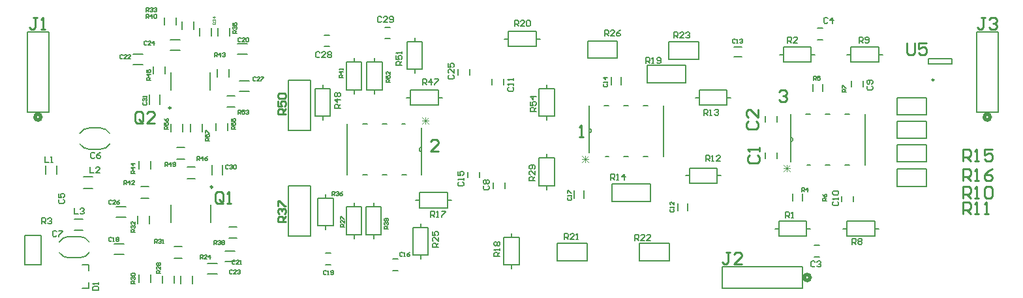
<source format=gto>
G04*
G04 #@! TF.GenerationSoftware,Altium Limited,Altium Designer,25.3.3 (18)*
G04*
G04 Layer_Color=65535*
%FSLAX44Y44*%
%MOMM*%
G71*
G04*
G04 #@! TF.SameCoordinates,9AC58102-6E01-47F4-9C41-847502B80828*
G04*
G04*
G04 #@! TF.FilePolarity,Positive*
G04*
G01*
G75*
%ADD10C,0.1524*%
%ADD11C,0.2500*%
%ADD12C,0.5080*%
%ADD13C,0.2000*%
%ADD14C,0.1270*%
%ADD15C,0.0762*%
%ADD16C,0.2540*%
%ADD17C,0.1778*%
%ADD18C,0.1016*%
D10*
X91739Y71666D02*
G03*
X79883Y78486I-11856J-6896D01*
G01*
X64897D02*
G03*
X53041Y71666I0J-13716D01*
G01*
X79883Y51054D02*
G03*
X91739Y57874I0J13716D01*
G01*
X53041D02*
G03*
X64897Y51054I11856J6896D01*
G01*
X79711Y198844D02*
G03*
X91567Y192024I11856J6896D01*
G01*
X106553D02*
G03*
X118409Y198844I0J13716D01*
G01*
X91567Y219456D02*
G03*
X79711Y212636I0J-13716D01*
G01*
X118409D02*
G03*
X106553Y219456I-11856J-6896D01*
G01*
X1002030Y201422D02*
G03*
X1002030Y207518I0J3048D01*
G01*
X740410Y212852D02*
G03*
X740410Y218948I0J3048D01*
G01*
X523240Y194818D02*
G03*
X523240Y188722I0J-3048D01*
G01*
X64897Y78486D02*
X79883D01*
X64897Y51054D02*
X79883D01*
X8509Y41656D02*
Y80264D01*
Y41656D02*
X29591D01*
Y80264D01*
X8509D02*
X29591D01*
X91567Y192024D02*
X106553D01*
X91567Y219456D02*
X106553D01*
X11430Y344170D02*
X39370D01*
Y240030D02*
Y344170D01*
X11430Y240030D02*
X39370D01*
X11430D02*
Y344170D01*
X913130Y11430D02*
X1017270D01*
Y39370D01*
X913130D02*
X1017270D01*
X913130Y11430D02*
Y39370D01*
X844296Y331343D02*
X882904D01*
X844296Y308737D02*
Y331343D01*
Y308737D02*
X882904D01*
Y331343D01*
X738886Y332613D02*
X777494D01*
X738886Y310007D02*
Y332613D01*
Y310007D02*
X777494D01*
Y332613D01*
X1178814Y236347D02*
Y258953D01*
X1140206Y236347D02*
X1178814D01*
X1140206D02*
Y258953D01*
X1178814D01*
X350139Y216154D02*
X378841D01*
X350139D02*
Y281686D01*
X378841D01*
Y216154D02*
Y281686D01*
X350139Y144526D02*
X378841D01*
Y78994D02*
Y144526D01*
X350139Y78994D02*
X378841D01*
X350139D02*
Y144526D01*
X1140206Y197993D02*
X1178814D01*
X1140206Y175387D02*
Y197993D01*
Y175387D02*
X1178814D01*
Y197993D01*
X1140206Y143637D02*
X1178814D01*
Y166243D01*
X1140206D02*
X1178814D01*
X1140206Y143637D02*
Y166243D01*
Y205867D02*
X1178814D01*
Y228473D01*
X1140206D02*
X1178814D01*
X1140206Y205867D02*
Y228473D01*
X815721Y300990D02*
X865759D01*
X815721Y278130D02*
Y300990D01*
Y278130D02*
X865759D01*
Y300990D01*
X770001Y147320D02*
X820039D01*
X770001Y124460D02*
Y147320D01*
Y124460D02*
X820039D01*
Y147320D01*
X699516Y47117D02*
X738124D01*
Y69723D01*
X699516D02*
X738124D01*
X699516Y47117D02*
Y69723D01*
X806196Y47117D02*
X844804D01*
Y69723D01*
X806196D02*
X844804D01*
X806196Y47117D02*
Y69723D01*
X1243330Y240030D02*
Y344170D01*
Y240030D02*
X1271270D01*
Y344170D01*
X1243330D02*
X1271270D01*
X1047287Y237490D02*
X1053293D01*
X1072687Y171450D02*
X1078693D01*
X1047287D02*
X1053293D01*
X1023137D02*
X1027893D01*
X1002030Y176139D02*
Y237490D01*
X1072687D02*
X1078693D01*
X1098550Y171450D02*
Y237490D01*
X1021887D02*
X1027893D01*
X785667Y248920D02*
X791673D01*
X811067Y182880D02*
X817073D01*
X785667D02*
X791673D01*
X761517D02*
X766273D01*
X740410Y187569D02*
Y248920D01*
X811067D02*
X817073D01*
X836930Y182880D02*
Y248920D01*
X760267D02*
X766273D01*
X471977Y158750D02*
X477983D01*
X446577Y224790D02*
X452583D01*
X471977D02*
X477983D01*
X497377D02*
X502133D01*
X523240Y158750D02*
Y220101D01*
X446577Y158750D02*
X452583D01*
X426720D02*
Y224790D01*
X497377Y158750D02*
X503383D01*
D11*
X197720Y245570D02*
G03*
X197720Y245570I-1250J0D01*
G01*
X251893Y142944D02*
G03*
X251893Y142944I-1250J0D01*
G01*
X1188090Y282070D02*
G03*
X1188090Y282070I-1250J0D01*
G01*
D12*
X29210Y233680D02*
G03*
X29210Y233680I-3810J0D01*
G01*
X1027430Y25400D02*
G03*
X1027430Y25400I-3810J0D01*
G01*
X1261110Y233680D02*
G03*
X1261110Y233680I-3810J0D01*
G01*
D13*
X212210Y347780D02*
Y357780D01*
X227210Y347780D02*
Y357780D01*
X204350Y353140D02*
Y363140D01*
X189350Y353140D02*
Y363140D01*
X148578Y315360D02*
X161302D01*
X148578Y301860D02*
X161302D01*
X183280Y249892D02*
Y262616D01*
X169780Y249892D02*
Y262616D01*
X251060Y158738D02*
Y171462D01*
X264560Y158738D02*
Y171462D01*
X286983Y281070D02*
X299708D01*
X286983Y267570D02*
X299708D01*
X126988Y103740D02*
X139712D01*
X126988Y117240D02*
X139712D01*
X196813Y334410D02*
X209538D01*
X196813Y320910D02*
X209538D01*
X245098Y30080D02*
X257822D01*
X245098Y43580D02*
X257822D01*
X267958Y46590D02*
X280682D01*
X267958Y60090D02*
X280682D01*
X284468Y329330D02*
X297192D01*
X284468Y315830D02*
X297192D01*
X124113Y55480D02*
X136838D01*
X124113Y68980D02*
X136838D01*
X190380Y289640D02*
Y299640D01*
X175380Y289640D02*
Y299640D01*
X213240Y214990D02*
Y224990D01*
X198240Y214990D02*
Y224990D01*
X219510Y153790D02*
X229510D01*
X219510Y168790D02*
X229510D01*
X202320Y65638D02*
X212320D01*
X202320Y50638D02*
X212320D01*
X259200Y339170D02*
Y349170D01*
X274200Y339170D02*
Y349170D01*
X235070Y339170D02*
Y349170D01*
X250070Y339170D02*
Y349170D01*
X257930Y285550D02*
Y295550D01*
X272930Y285550D02*
Y295550D01*
X256660Y215980D02*
Y225980D01*
X271660Y215980D02*
Y225980D01*
X270590Y246500D02*
X280590D01*
X270590Y261500D02*
X280590D01*
X223640Y214710D02*
Y224710D01*
X238640Y214710D02*
Y224710D01*
X156330Y19130D02*
Y29130D01*
X171330Y19130D02*
Y29130D01*
X186810Y17860D02*
Y27860D01*
X201810Y17860D02*
Y27860D01*
X210940Y17580D02*
Y27580D01*
X225940Y17580D02*
Y27580D01*
X273130Y76320D02*
X283130D01*
X273130Y91320D02*
X283130D01*
X155060Y95050D02*
Y105050D01*
X170060Y95050D02*
Y105050D01*
X1068190Y123800D02*
Y130800D01*
X1083190Y123800D02*
Y130800D01*
X84900Y141340D02*
X96100D01*
X84900Y155840D02*
X96100D01*
X82400Y41670D02*
X91150D01*
Y11670D02*
Y18920D01*
Y34420D02*
Y41670D01*
X82400Y11670D02*
X91150D01*
X72530Y86730D02*
X83731D01*
X72530Y101230D02*
X83731D01*
X49490Y159500D02*
Y170700D01*
X34990Y159500D02*
Y170700D01*
X992920Y304960D02*
X1028920D01*
X992920D02*
Y324960D01*
X1028920D01*
Y304960D02*
Y324960D01*
Y314960D02*
X1033970D01*
X987870D02*
X992920D01*
X1036930Y334130D02*
X1043930D01*
X1036930Y349130D02*
X1043930D01*
X1116330Y314960D02*
X1121380D01*
X1075280D02*
X1080330D01*
Y304960D02*
Y324960D01*
Y304960D02*
X1116330D01*
Y324960D01*
X1080330D02*
X1116330D01*
X1032520Y52190D02*
X1039520D01*
X1032520Y67190D02*
X1039520D01*
X981740Y88900D02*
X986790D01*
X1022790D02*
X1027840D01*
X1022790Y78900D02*
Y98900D01*
X986790D02*
X1022790D01*
X986790Y78900D02*
Y98900D01*
Y78900D02*
X1022790D01*
X629800Y275900D02*
Y282900D01*
X614800Y275900D02*
Y282900D01*
X570350Y288600D02*
Y295600D01*
X585350Y288600D02*
Y295600D01*
X514350Y290640D02*
Y295690D01*
Y331690D02*
Y336740D01*
X504350Y331690D02*
X524350D01*
X504350Y295690D02*
Y331690D01*
Y295690D02*
X524350D01*
Y331690D01*
X475590Y335400D02*
X482590D01*
X475590Y350400D02*
X482590D01*
X452280Y269020D02*
Y305020D01*
X472280D01*
Y269020D02*
Y305020D01*
X452280Y269020D02*
X472280D01*
X462280Y263970D02*
Y269020D01*
Y305020D02*
Y310070D01*
X435610Y305020D02*
Y310070D01*
Y263970D02*
Y269020D01*
X425610D02*
X445610D01*
Y305020D01*
X425610D02*
X445610D01*
X425610Y269020D02*
Y305020D01*
X396550Y325240D02*
X403550D01*
X396550Y340240D02*
X403550D01*
X870926Y167687D02*
X906926D01*
Y147687D02*
Y167687D01*
X870926Y147687D02*
X906926D01*
X870926D02*
Y167687D01*
X865876Y157687D02*
X870926D01*
X906926D02*
X911976D01*
X598050Y155250D02*
Y162250D01*
X583050Y155250D02*
Y162250D01*
X205540Y179190D02*
X215540D01*
X205540Y194190D02*
X215540D01*
X171330Y166450D02*
Y176450D01*
X156330Y166450D02*
Y176450D01*
X158830Y143390D02*
X168830D01*
X158830Y128390D02*
X168830D01*
X485450Y49410D02*
X492450D01*
X485450Y34410D02*
X492450D01*
X531970Y54610D02*
Y90610D01*
X511970Y54610D02*
X531970D01*
X511970D02*
Y90610D01*
X531970D01*
X521970D02*
Y95660D01*
Y49560D02*
Y54610D01*
X515650Y125730D02*
X520700D01*
X556700D02*
X561750D01*
X556700Y115730D02*
Y135730D01*
X520700D02*
X556700D01*
X520700Y115730D02*
Y135730D01*
Y115730D02*
X556700D01*
X509050Y269080D02*
X545050D01*
Y249080D02*
Y269080D01*
X509050Y249080D02*
X545050D01*
X509050D02*
Y269080D01*
X504000Y259080D02*
X509050D01*
X545050D02*
X550100D01*
X445610Y81060D02*
Y117060D01*
X425610Y81060D02*
X445610D01*
X425610D02*
Y117060D01*
X445610D01*
X435610D02*
Y122110D01*
Y76010D02*
Y81060D01*
X384970Y234730D02*
Y270730D01*
X404970D01*
Y234730D02*
Y270730D01*
X384970Y234730D02*
X404970D01*
X394970Y229680D02*
Y234730D01*
Y270730D02*
Y275780D01*
X408780Y92490D02*
Y128490D01*
X388780Y92490D02*
X408780D01*
X388780D02*
Y128490D01*
X408780D01*
X398780D02*
Y133540D01*
Y87440D02*
Y92490D01*
X398790Y57030D02*
X405790D01*
X398790Y42030D02*
X405790D01*
X1181090Y302570D02*
Y309570D01*
X1211590D01*
Y302570D02*
Y309570D01*
X1181090Y302570D02*
X1211590D01*
X1031340Y266780D02*
Y276780D01*
X1043840Y266780D02*
Y276780D01*
X1080890Y273360D02*
Y280360D01*
X1095890Y273360D02*
Y280360D01*
X969130Y227640D02*
Y234640D01*
X984130Y227640D02*
Y234640D01*
X969130Y180350D02*
Y187350D01*
X984130Y180350D02*
Y187350D01*
X1017170Y124540D02*
Y134540D01*
X1004670Y124540D02*
Y134540D01*
X928450Y325120D02*
X938450D01*
X928450Y312420D02*
X938450D01*
X883700Y269080D02*
X919700D01*
Y249080D02*
Y269080D01*
X883700Y249080D02*
X919700D01*
X883700D02*
Y269080D01*
X878650Y259080D02*
X883700D01*
X919700D02*
X924750D01*
X636050Y325280D02*
X672050D01*
X636050D02*
Y345280D01*
X672050D01*
Y325280D02*
Y345280D01*
Y335280D02*
X677100D01*
X631000D02*
X636050D01*
X868680Y111840D02*
Y121840D01*
X855980Y111840D02*
Y121840D01*
X650080Y41690D02*
Y77690D01*
X630080Y41690D02*
X650080D01*
X630080D02*
Y77690D01*
X650080D01*
X640080D02*
Y82740D01*
Y36640D02*
Y41690D01*
X675800Y144560D02*
Y180560D01*
X695800D01*
Y144560D02*
Y180560D01*
X675800Y144560D02*
X695800D01*
X685800Y139510D02*
Y144560D01*
Y180560D02*
Y185610D01*
X769620Y275670D02*
Y285670D01*
X782320Y275670D02*
Y285670D01*
X734060Y128350D02*
Y138350D01*
X721360Y128350D02*
Y138350D01*
X631070Y141280D02*
Y148280D01*
X616070Y141280D02*
Y148280D01*
X1075250Y98900D02*
X1111250D01*
Y78900D02*
Y98900D01*
X1075250Y78900D02*
X1111250D01*
X1075250D02*
Y98900D01*
X1070200Y88900D02*
X1075250D01*
X1111250D02*
X1116300D01*
X685800Y229680D02*
Y234730D01*
Y270730D02*
Y275780D01*
X675800Y270730D02*
X695800D01*
X675800Y234730D02*
Y270730D01*
Y234730D02*
X695800D01*
Y270730D01*
X461010Y76010D02*
Y81060D01*
Y117060D02*
Y122110D01*
X451010Y117060D02*
X471010D01*
X451010Y81060D02*
Y117060D01*
Y81060D02*
X471010D01*
Y117060D01*
D14*
X197885Y268820D02*
Y291320D01*
X249155Y268820D02*
Y291320D01*
X249228Y97194D02*
Y119694D01*
X197957Y97194D02*
Y119694D01*
X253579Y68581D02*
Y73659D01*
X256118D01*
X256964Y72813D01*
Y71120D01*
X256118Y70274D01*
X253579D01*
X255272D02*
X256964Y68581D01*
X258657Y72813D02*
X259504Y73659D01*
X261196D01*
X262043Y72813D01*
Y71966D01*
X261196Y71120D01*
X260350D01*
X261196D01*
X262043Y70274D01*
Y69427D01*
X261196Y68581D01*
X259504D01*
X258657Y69427D01*
X263736Y72813D02*
X264582Y73659D01*
X266275D01*
X267121Y72813D01*
Y71966D01*
X266275Y71120D01*
X267121Y70274D01*
Y69427D01*
X266275Y68581D01*
X264582D01*
X263736Y69427D01*
Y70274D01*
X264582Y71120D01*
X263736Y71966D01*
Y72813D01*
X264582Y71120D02*
X266275D01*
X277284Y34713D02*
X276438Y35559D01*
X274745D01*
X273899Y34713D01*
Y31327D01*
X274745Y30481D01*
X276438D01*
X277284Y31327D01*
X282363Y30481D02*
X278977D01*
X282363Y33866D01*
Y34713D01*
X281516Y35559D01*
X279824D01*
X278977Y34713D01*
X284056D02*
X284902Y35559D01*
X286595D01*
X287441Y34713D01*
Y33866D01*
X286595Y33020D01*
X285748D01*
X286595D01*
X287441Y32174D01*
Y31327D01*
X286595Y30481D01*
X284902D01*
X284056Y31327D01*
X280671Y47413D02*
X279825Y48259D01*
X278132D01*
X277285Y47413D01*
Y44027D01*
X278132Y43181D01*
X279825D01*
X280671Y44027D01*
X285749Y43181D02*
X282364D01*
X285749Y46566D01*
Y47413D01*
X284903Y48259D01*
X283210D01*
X282364Y47413D01*
X287442Y43181D02*
X289135D01*
X288288D01*
Y48259D01*
X287442Y47413D01*
X166770Y331893D02*
X165924Y332739D01*
X164231D01*
X163384Y331893D01*
Y328507D01*
X164231Y327661D01*
X165924D01*
X166770Y328507D01*
X171848Y327661D02*
X168463D01*
X171848Y331046D01*
Y331893D01*
X171002Y332739D01*
X169309D01*
X168463Y331893D01*
X176080Y327661D02*
Y332739D01*
X173541Y330200D01*
X176927D01*
X135044Y314113D02*
X134198Y314959D01*
X132505D01*
X131659Y314113D01*
Y310727D01*
X132505Y309881D01*
X134198D01*
X135044Y310727D01*
X140123Y309881D02*
X136737D01*
X140123Y313266D01*
Y314113D01*
X139276Y314959D01*
X137584D01*
X136737Y314113D01*
X145201Y309881D02*
X141816D01*
X145201Y313266D01*
Y314113D01*
X144355Y314959D01*
X142662D01*
X141816Y314113D01*
X247649Y202779D02*
X242571D01*
Y205318D01*
X243417Y206164D01*
X245110D01*
X245956Y205318D01*
Y202779D01*
Y204472D02*
X247649Y206164D01*
X242571Y211243D02*
Y207857D01*
X245110D01*
X244264Y209550D01*
Y210396D01*
X245110Y211243D01*
X246803D01*
X247649Y210396D01*
Y208704D01*
X246803Y207857D01*
X242571Y212936D02*
Y216321D01*
X243417D01*
X246803Y212936D01*
X247649D01*
X194309Y218019D02*
X189231D01*
Y220558D01*
X190077Y221404D01*
X191770D01*
X192616Y220558D01*
Y218019D01*
Y219712D02*
X194309Y221404D01*
X189231Y226483D02*
Y223097D01*
X191770D01*
X190924Y224790D01*
Y225636D01*
X191770Y226483D01*
X193463D01*
X194309Y225636D01*
Y223944D01*
X193463Y223097D01*
X189231Y231561D02*
X190077Y229868D01*
X191770Y228176D01*
X193463D01*
X194309Y229022D01*
Y230715D01*
X193463Y231561D01*
X192616D01*
X191770Y230715D01*
Y228176D01*
X281939Y218019D02*
X276861D01*
Y220558D01*
X277707Y221404D01*
X279400D01*
X280246Y220558D01*
Y218019D01*
Y219712D02*
X281939Y221404D01*
X276861Y226483D02*
Y223097D01*
X279400D01*
X278554Y224790D01*
Y225636D01*
X279400Y226483D01*
X281093D01*
X281939Y225636D01*
Y223944D01*
X281093Y223097D01*
X276861Y231561D02*
Y228176D01*
X279400D01*
X278554Y229868D01*
Y230715D01*
X279400Y231561D01*
X281093D01*
X281939Y230715D01*
Y229022D01*
X281093Y228176D01*
X151129Y84669D02*
X146051D01*
Y87208D01*
X146897Y88055D01*
X148590D01*
X149436Y87208D01*
Y84669D01*
Y86362D02*
X151129Y88055D01*
X146897Y89747D02*
X146051Y90594D01*
Y92286D01*
X146897Y93133D01*
X147744D01*
X148590Y92286D01*
Y91440D01*
Y92286D01*
X149436Y93133D01*
X150283D01*
X151129Y92286D01*
Y90594D01*
X150283Y89747D01*
X151129Y98211D02*
Y94826D01*
X147744Y98211D01*
X146897D01*
X146051Y97365D01*
Y95672D01*
X146897Y94826D01*
X713317Y129118D02*
X712471Y128271D01*
Y126579D01*
X713317Y125732D01*
X716703D01*
X717549Y126579D01*
Y128271D01*
X716703Y129118D01*
X717549Y130810D02*
Y132503D01*
Y131657D01*
X712471D01*
X713317Y130810D01*
X712471Y135042D02*
Y138428D01*
X713317D01*
X716703Y135042D01*
X717549D01*
X760307Y276438D02*
X759461Y275591D01*
Y273899D01*
X760307Y273052D01*
X763693D01*
X764539Y273899D01*
Y275591D01*
X763693Y276438D01*
X764539Y278130D02*
Y279823D01*
Y278977D01*
X759461D01*
X760307Y278130D01*
X764539Y284902D02*
X759461D01*
X762000Y282362D01*
Y285748D01*
X480059Y88479D02*
X474981D01*
Y91018D01*
X475827Y91864D01*
X477520D01*
X478366Y91018D01*
Y88479D01*
Y90172D02*
X480059Y91864D01*
X475827Y93557D02*
X474981Y94404D01*
Y96096D01*
X475827Y96943D01*
X476674D01*
X477520Y96096D01*
Y95250D01*
Y96096D01*
X478366Y96943D01*
X479213D01*
X480059Y96096D01*
Y94404D01*
X479213Y93557D01*
Y98636D02*
X480059Y99482D01*
Y101175D01*
X479213Y102021D01*
X475827D01*
X474981Y101175D01*
Y99482D01*
X475827Y98636D01*
X476674D01*
X477520Y99482D01*
Y102021D01*
X407249Y132081D02*
Y137159D01*
X409788D01*
X410634Y136313D01*
Y134620D01*
X409788Y133774D01*
X407249D01*
X408942D02*
X410634Y132081D01*
X412327Y136313D02*
X413174Y137159D01*
X414866D01*
X415713Y136313D01*
Y135466D01*
X414866Y134620D01*
X414020D01*
X414866D01*
X415713Y133774D01*
Y132927D01*
X414866Y132081D01*
X413174D01*
X412327Y132927D01*
X420791Y137159D02*
X419098Y136313D01*
X417406Y134620D01*
Y132927D01*
X418252Y132081D01*
X419945D01*
X420791Y132927D01*
Y133774D01*
X419945Y134620D01*
X417406D01*
X422909Y91019D02*
X417831D01*
Y93558D01*
X418677Y94404D01*
X420370D01*
X421216Y93558D01*
Y91019D01*
Y92712D02*
X422909Y94404D01*
Y99483D02*
Y96097D01*
X419524Y99483D01*
X418677D01*
X417831Y98636D01*
Y96944D01*
X418677Y96097D01*
X417831Y101176D02*
Y104561D01*
X418677D01*
X422063Y101176D01*
X422909D01*
X399628Y33443D02*
X398781Y34289D01*
X397089D01*
X396242Y33443D01*
Y30057D01*
X397089Y29211D01*
X398781D01*
X399628Y30057D01*
X401320Y29211D02*
X403013D01*
X402167D01*
Y34289D01*
X401320Y33443D01*
X405552Y30057D02*
X406399Y29211D01*
X408092D01*
X408938Y30057D01*
Y33443D01*
X408092Y34289D01*
X406399D01*
X405552Y33443D01*
Y32596D01*
X406399Y31750D01*
X408938D01*
X482599Y278979D02*
X477521D01*
Y281518D01*
X478367Y282365D01*
X480060D01*
X480906Y281518D01*
Y278979D01*
Y280672D02*
X482599Y282365D01*
X477521Y287443D02*
Y284057D01*
X480060D01*
X479214Y285750D01*
Y286596D01*
X480060Y287443D01*
X481753D01*
X482599Y286596D01*
Y284904D01*
X481753Y284057D01*
X482599Y292521D02*
Y289136D01*
X479214Y292521D01*
X478367D01*
X477521Y291675D01*
Y289982D01*
X478367Y289136D01*
X190079Y170181D02*
Y175259D01*
X192618D01*
X193464Y174413D01*
Y172720D01*
X192618Y171874D01*
X190079D01*
X191772D02*
X193464Y170181D01*
X197696D02*
Y175259D01*
X195157Y172720D01*
X198543D01*
X200236Y171027D02*
X201082Y170181D01*
X202775D01*
X203621Y171027D01*
Y174413D01*
X202775Y175259D01*
X201082D01*
X200236Y174413D01*
Y173566D01*
X201082Y172720D01*
X203621D01*
X231989Y177801D02*
Y182879D01*
X234528D01*
X235374Y182033D01*
Y180340D01*
X234528Y179494D01*
X231989D01*
X233682D02*
X235374Y177801D01*
X239606D02*
Y182879D01*
X237067Y180340D01*
X240453D01*
X245531Y182879D02*
X243838Y182033D01*
X242146Y180340D01*
Y178647D01*
X242992Y177801D01*
X244685D01*
X245531Y178647D01*
Y179494D01*
X244685Y180340D01*
X242146D01*
X184149Y31329D02*
X179071D01*
Y33868D01*
X179917Y34715D01*
X181610D01*
X182456Y33868D01*
Y31329D01*
Y33022D02*
X184149Y34715D01*
Y39793D02*
Y36407D01*
X180764Y39793D01*
X179917D01*
X179071Y38946D01*
Y37254D01*
X179917Y36407D01*
Y41486D02*
X179071Y42332D01*
Y44025D01*
X179917Y44871D01*
X180764D01*
X181610Y44025D01*
X182456Y44871D01*
X183303D01*
X184149Y44025D01*
Y42332D01*
X183303Y41486D01*
X182456D01*
X181610Y42332D01*
X180764Y41486D01*
X179917D01*
X181610Y42332D02*
Y44025D01*
X235799Y49531D02*
Y54609D01*
X238338D01*
X239184Y53763D01*
Y52070D01*
X238338Y51224D01*
X235799D01*
X237492D02*
X239184Y49531D01*
X244263D02*
X240877D01*
X244263Y52916D01*
Y53763D01*
X243416Y54609D01*
X241724D01*
X240877Y53763D01*
X248495Y49531D02*
Y54609D01*
X245956Y52070D01*
X249341D01*
X285329Y237491D02*
Y242569D01*
X287868D01*
X288714Y241723D01*
Y240030D01*
X287868Y239184D01*
X285329D01*
X287022D02*
X288714Y237491D01*
X293793Y242569D02*
X290407D01*
Y240030D01*
X292100Y240876D01*
X292946D01*
X293793Y240030D01*
Y238337D01*
X292946Y237491D01*
X291254D01*
X290407Y238337D01*
X295486Y241723D02*
X296332Y242569D01*
X298025D01*
X298871Y241723D01*
Y240876D01*
X298025Y240030D01*
X297178D01*
X298025D01*
X298871Y239184D01*
Y238337D01*
X298025Y237491D01*
X296332D01*
X295486Y238337D01*
X171449Y281519D02*
X166371D01*
Y284058D01*
X167217Y284904D01*
X168910D01*
X169756Y284058D01*
Y281519D01*
Y283212D02*
X171449Y284904D01*
Y289136D02*
X166371D01*
X168910Y286597D01*
Y289983D01*
X166371Y295061D02*
Y291676D01*
X168910D01*
X168064Y293368D01*
Y294215D01*
X168910Y295061D01*
X170603D01*
X171449Y294215D01*
Y292522D01*
X170603Y291676D01*
X151129Y160869D02*
X146051D01*
Y163408D01*
X146897Y164254D01*
X148590D01*
X149436Y163408D01*
Y160869D01*
Y162562D02*
X151129Y164254D01*
Y168486D02*
X146051D01*
X148590Y165947D01*
Y169333D01*
X151129Y173565D02*
X146051D01*
X148590Y171026D01*
Y174411D01*
X254849Y312421D02*
Y317499D01*
X257388D01*
X258234Y316653D01*
Y314960D01*
X257388Y314114D01*
X254849D01*
X256542D02*
X258234Y312421D01*
X262466D02*
Y317499D01*
X259927Y314960D01*
X263313D01*
X265006Y316653D02*
X265852Y317499D01*
X267545D01*
X268391Y316653D01*
Y315806D01*
X267545Y314960D01*
X266698D01*
X267545D01*
X268391Y314114D01*
Y313267D01*
X267545Y312421D01*
X265852D01*
X265006Y313267D01*
X136739Y146051D02*
Y151129D01*
X139278D01*
X140124Y150283D01*
Y148590D01*
X139278Y147744D01*
X136739D01*
X138432D02*
X140124Y146051D01*
X144356D02*
Y151129D01*
X141817Y148590D01*
X145203D01*
X150281Y146051D02*
X146896D01*
X150281Y149436D01*
Y150283D01*
X149435Y151129D01*
X147742D01*
X146896Y150283D01*
X421639Y284905D02*
X416561D01*
Y287444D01*
X417407Y288291D01*
X419100D01*
X419946Y287444D01*
Y284905D01*
Y286598D02*
X421639Y288291D01*
Y292523D02*
X416561D01*
X419100Y289984D01*
Y293369D01*
X421639Y295062D02*
Y296755D01*
Y295908D01*
X416561D01*
X417407Y295062D01*
X165949Y361951D02*
Y367029D01*
X168488D01*
X169334Y366183D01*
Y364490D01*
X168488Y363644D01*
X165949D01*
X167642D02*
X169334Y361951D01*
X173566D02*
Y367029D01*
X171027Y364490D01*
X174413D01*
X176106Y366183D02*
X176952Y367029D01*
X178645D01*
X179491Y366183D01*
Y362797D01*
X178645Y361951D01*
X176952D01*
X176106Y362797D01*
Y366183D01*
X283209Y342479D02*
X278131D01*
Y345018D01*
X278977Y345864D01*
X280670D01*
X281516Y345018D01*
Y342479D01*
Y344172D02*
X283209Y345864D01*
X278977Y347557D02*
X278131Y348404D01*
Y350096D01*
X278977Y350943D01*
X279824D01*
X280670Y350096D01*
Y349250D01*
Y350096D01*
X281516Y350943D01*
X282363D01*
X283209Y350096D01*
Y348404D01*
X282363Y347557D01*
X278131Y356021D02*
Y352636D01*
X280670D01*
X279824Y354328D01*
Y355175D01*
X280670Y356021D01*
X282363D01*
X283209Y355175D01*
Y353482D01*
X282363Y352636D01*
X165949Y370841D02*
Y375919D01*
X168488D01*
X169334Y375073D01*
Y373380D01*
X168488Y372534D01*
X165949D01*
X167642D02*
X169334Y370841D01*
X171027Y375073D02*
X171874Y375919D01*
X173566D01*
X174413Y375073D01*
Y374226D01*
X173566Y373380D01*
X172720D01*
X173566D01*
X174413Y372534D01*
Y371687D01*
X173566Y370841D01*
X171874D01*
X171027Y371687D01*
X176106Y375073D02*
X176952Y375919D01*
X178645D01*
X179491Y375073D01*
Y374226D01*
X178645Y373380D01*
X177798D01*
X178645D01*
X179491Y372534D01*
Y371687D01*
X178645Y370841D01*
X176952D01*
X176106Y371687D01*
X176955Y69851D02*
Y74929D01*
X179494D01*
X180341Y74083D01*
Y72390D01*
X179494Y71544D01*
X176955D01*
X178648D02*
X180341Y69851D01*
X182034Y74083D02*
X182880Y74929D01*
X184573D01*
X185419Y74083D01*
Y73236D01*
X184573Y72390D01*
X183726D01*
X184573D01*
X185419Y71544D01*
Y70697D01*
X184573Y69851D01*
X182880D01*
X182034Y70697D01*
X187112Y69851D02*
X188805D01*
X187958D01*
Y74929D01*
X187112Y74083D01*
X151129Y17359D02*
X146051D01*
Y19898D01*
X146897Y20745D01*
X148590D01*
X149436Y19898D01*
Y17359D01*
Y19052D02*
X151129Y20745D01*
X146897Y22437D02*
X146051Y23284D01*
Y24976D01*
X146897Y25823D01*
X147744D01*
X148590Y24976D01*
Y24130D01*
Y24976D01*
X149436Y25823D01*
X150283D01*
X151129Y24976D01*
Y23284D01*
X150283Y22437D01*
X146897Y27516D02*
X146051Y28362D01*
Y30055D01*
X146897Y30901D01*
X150283D01*
X151129Y30055D01*
Y28362D01*
X150283Y27516D01*
X146897D01*
X1074419Y266278D02*
X1069341D01*
Y268817D01*
X1070187Y269664D01*
X1071880D01*
X1072726Y268817D01*
Y266278D01*
Y267971D02*
X1074419Y269664D01*
X1069341Y271356D02*
Y274742D01*
X1070187D01*
X1073573Y271356D01*
X1074419D01*
X1049019Y125308D02*
X1043941D01*
Y127847D01*
X1044787Y128694D01*
X1046480D01*
X1047326Y127847D01*
Y125308D01*
Y127001D02*
X1049019Y128694D01*
X1043941Y133772D02*
X1044787Y132079D01*
X1046480Y130386D01*
X1048173D01*
X1049019Y131233D01*
Y132926D01*
X1048173Y133772D01*
X1047326D01*
X1046480Y132926D01*
Y130386D01*
X1032088Y281941D02*
Y287019D01*
X1034627D01*
X1035474Y286173D01*
Y284480D01*
X1034627Y283634D01*
X1032088D01*
X1033781D02*
X1035474Y281941D01*
X1040552Y287019D02*
X1037166D01*
Y284480D01*
X1038859Y285326D01*
X1039706D01*
X1040552Y284480D01*
Y282787D01*
X1039706Y281941D01*
X1038013D01*
X1037166Y282787D01*
X1016848Y137161D02*
Y142239D01*
X1019387D01*
X1020234Y141393D01*
Y139700D01*
X1019387Y138854D01*
X1016848D01*
X1018541D02*
X1020234Y137161D01*
X1024466D02*
Y142239D01*
X1021926Y139700D01*
X1025312D01*
X162137Y252731D02*
X161291Y251884D01*
Y250192D01*
X162137Y249345D01*
X165523D01*
X166369Y250192D01*
Y251884D01*
X165523Y252731D01*
X162137Y254424D02*
X161291Y255270D01*
Y256963D01*
X162137Y257809D01*
X162984D01*
X163830Y256963D01*
Y256116D01*
Y256963D01*
X164676Y257809D01*
X165523D01*
X166369Y256963D01*
Y255270D01*
X165523Y254424D01*
X166369Y259502D02*
Y261195D01*
Y260348D01*
X161291D01*
X162137Y259502D01*
X272204Y170603D02*
X271358Y171449D01*
X269665D01*
X268819Y170603D01*
Y167217D01*
X269665Y166371D01*
X271358D01*
X272204Y167217D01*
X273897Y170603D02*
X274744Y171449D01*
X276436D01*
X277283Y170603D01*
Y169756D01*
X276436Y168910D01*
X275590D01*
X276436D01*
X277283Y168064D01*
Y167217D01*
X276436Y166371D01*
X274744D01*
X273897Y167217D01*
X278976Y170603D02*
X279822Y171449D01*
X281515D01*
X282361Y170603D01*
Y167217D01*
X281515Y166371D01*
X279822D01*
X278976Y167217D01*
Y170603D01*
X307764Y284903D02*
X306918Y285749D01*
X305225D01*
X304379Y284903D01*
Y281517D01*
X305225Y280671D01*
X306918D01*
X307764Y281517D01*
X312843Y280671D02*
X309457D01*
X312843Y284056D01*
Y284903D01*
X311996Y285749D01*
X310304D01*
X309457Y284903D01*
X314536Y285749D02*
X317921D01*
Y284903D01*
X314536Y281517D01*
Y280671D01*
X121074Y124883D02*
X120228Y125729D01*
X118535D01*
X117689Y124883D01*
Y121497D01*
X118535Y120651D01*
X120228D01*
X121074Y121497D01*
X126153Y120651D02*
X122767D01*
X126153Y124036D01*
Y124883D01*
X125306Y125729D01*
X123614D01*
X122767Y124883D01*
X131231Y125729D02*
X129538Y124883D01*
X127846Y123190D01*
Y121497D01*
X128692Y120651D01*
X130385D01*
X131231Y121497D01*
Y122344D01*
X130385Y123190D01*
X127846D01*
X288690Y335703D02*
X287844Y336549D01*
X286151D01*
X285305Y335703D01*
Y332317D01*
X286151Y331471D01*
X287844D01*
X288690Y332317D01*
X293768Y331471D02*
X290383D01*
X293768Y334856D01*
Y335703D01*
X292922Y336549D01*
X291229D01*
X290383Y335703D01*
X295461D02*
X296308Y336549D01*
X298000D01*
X298847Y335703D01*
Y332317D01*
X298000Y331471D01*
X296308D01*
X295461Y332317D01*
Y335703D01*
X121163Y76623D02*
X120316Y77469D01*
X118624D01*
X117777Y76623D01*
Y73237D01*
X118624Y72391D01*
X120316D01*
X121163Y73237D01*
X122856Y72391D02*
X124548D01*
X123702D01*
Y77469D01*
X122856Y76623D01*
X127088D02*
X127934Y77469D01*
X129627D01*
X130473Y76623D01*
Y75776D01*
X129627Y74930D01*
X130473Y74084D01*
Y73237D01*
X129627Y72391D01*
X127934D01*
X127088Y73237D01*
Y74084D01*
X127934Y74930D01*
X127088Y75776D01*
Y76623D01*
X127934Y74930D02*
X129627D01*
X498688Y57573D02*
X497841Y58419D01*
X496148D01*
X495302Y57573D01*
Y54187D01*
X496148Y53341D01*
X497841D01*
X498688Y54187D01*
X500380Y53341D02*
X502073D01*
X501227D01*
Y58419D01*
X500380Y57573D01*
X507998Y58419D02*
X506305Y57573D01*
X504612Y55880D01*
Y54187D01*
X505459Y53341D01*
X507152D01*
X507998Y54187D01*
Y55034D01*
X507152Y55880D01*
X504612D01*
X930488Y334433D02*
X929641Y335279D01*
X927949D01*
X927102Y334433D01*
Y331047D01*
X927949Y330201D01*
X929641D01*
X930488Y331047D01*
X932180Y330201D02*
X933873D01*
X933027D01*
Y335279D01*
X932180Y334433D01*
X936412D02*
X937259Y335279D01*
X938952D01*
X939798Y334433D01*
Y333586D01*
X938952Y332740D01*
X938105D01*
X938952D01*
X939798Y331894D01*
Y331047D01*
X938952Y330201D01*
X937259D01*
X936412Y331047D01*
X846667Y113878D02*
X845821Y113031D01*
Y111339D01*
X846667Y110492D01*
X850053D01*
X850899Y111339D01*
Y113031D01*
X850053Y113878D01*
X850899Y115570D02*
Y117263D01*
Y116417D01*
X845821D01*
X846667Y115570D01*
X850899Y123188D02*
Y119802D01*
X847514Y123188D01*
X846667D01*
X845821Y122342D01*
Y120649D01*
X846667Y119802D01*
D15*
X992720Y163195D02*
X1001184Y171659D01*
Y163195D02*
X992720Y171659D01*
X996952Y163195D02*
Y171659D01*
X1001184Y167427D02*
X992720D01*
X731100Y174625D02*
X739564Y183089D01*
Y174625D02*
X731100Y183089D01*
X735332Y174625D02*
Y183089D01*
X739564Y178857D02*
X731100D01*
X532550Y233045D02*
X524086Y224581D01*
Y233045D02*
X532550Y224581D01*
X528318Y233045D02*
Y224581D01*
X524086Y228813D02*
X532550D01*
D16*
X986792Y266698D02*
X989331Y269237D01*
X994409D01*
X996948Y266698D01*
Y264159D01*
X994409Y261620D01*
X991870D01*
X994409D01*
X996948Y259081D01*
Y256542D01*
X994409Y254002D01*
X989331D01*
X986792Y256542D01*
X544828Y189233D02*
X534672D01*
X544828Y199389D01*
Y201928D01*
X542289Y204468D01*
X537211D01*
X534672Y201928D01*
X727711Y208283D02*
X732789D01*
X730250D01*
Y223517D01*
X727711Y220978D01*
X346708Y237918D02*
X336552D01*
Y242996D01*
X338244Y244689D01*
X341630D01*
X343323Y242996D01*
Y237918D01*
Y241303D02*
X346708Y244689D01*
X336552Y254846D02*
Y248074D01*
X341630D01*
X339937Y251460D01*
Y253153D01*
X341630Y254846D01*
X345015D01*
X346708Y253153D01*
Y249767D01*
X345015Y248074D01*
X338244Y258231D02*
X336552Y259924D01*
Y263309D01*
X338244Y265002D01*
X345015D01*
X346708Y263309D01*
Y259924D01*
X345015Y258231D01*
X338244D01*
X346708Y98218D02*
X336552D01*
Y103296D01*
X338244Y104989D01*
X341630D01*
X343323Y103296D01*
Y98218D01*
Y101603D02*
X346708Y104989D01*
X338244Y108375D02*
X336552Y110067D01*
Y113453D01*
X338244Y115146D01*
X339937D01*
X341630Y113453D01*
Y111760D01*
Y113453D01*
X343323Y115146D01*
X345015D01*
X346708Y113453D01*
Y110067D01*
X345015Y108375D01*
X336552Y118531D02*
Y125302D01*
X338244D01*
X345015Y118531D01*
X346708D01*
X1254761Y363218D02*
X1249682D01*
X1252222D01*
Y350522D01*
X1249682Y347982D01*
X1247143D01*
X1244604Y350522D01*
X1259839Y360678D02*
X1262378Y363218D01*
X1267457D01*
X1269996Y360678D01*
Y358139D01*
X1267457Y355600D01*
X1264918D01*
X1267457D01*
X1269996Y353061D01*
Y350522D01*
X1267457Y347982D01*
X1262378D01*
X1259839Y350522D01*
X923291Y58418D02*
X918213D01*
X920752D01*
Y45722D01*
X918213Y43183D01*
X915673D01*
X913134Y45722D01*
X938526Y43183D02*
X928369D01*
X938526Y53339D01*
Y55878D01*
X935987Y58418D01*
X930908D01*
X928369Y55878D01*
X24130Y363218D02*
X19052D01*
X21591D01*
Y350522D01*
X19052Y347982D01*
X16513D01*
X13973Y350522D01*
X29208Y347982D02*
X34287D01*
X31748D01*
Y363218D01*
X29208Y360678D01*
X1153164Y330197D02*
Y317502D01*
X1155703Y314963D01*
X1160782D01*
X1163321Y317502D01*
Y330197D01*
X1178556D02*
X1168399D01*
Y322580D01*
X1173477Y325119D01*
X1176017D01*
X1178556Y322580D01*
Y317502D01*
X1176017Y314963D01*
X1170938D01*
X1168399Y317502D01*
X1225556Y151132D02*
Y166367D01*
X1233174D01*
X1235713Y163828D01*
Y158750D01*
X1233174Y156211D01*
X1225556D01*
X1230635D02*
X1235713Y151132D01*
X1240791D02*
X1245870D01*
X1243330D01*
Y166367D01*
X1240791Y163828D01*
X1263644Y166367D02*
X1258566Y163828D01*
X1253487Y158750D01*
Y153672D01*
X1256026Y151132D01*
X1261105D01*
X1263644Y153672D01*
Y156211D01*
X1261105Y158750D01*
X1253487D01*
X1225556Y176532D02*
Y191768D01*
X1233174D01*
X1235713Y189228D01*
Y184150D01*
X1233174Y181611D01*
X1225556D01*
X1230635D02*
X1235713Y176532D01*
X1240791D02*
X1245870D01*
X1243330D01*
Y191768D01*
X1240791Y189228D01*
X1263644Y191768D02*
X1253487D01*
Y184150D01*
X1258566Y186689D01*
X1261105D01*
X1263644Y184150D01*
Y179072D01*
X1261105Y176532D01*
X1256026D01*
X1253487Y179072D01*
X1225555Y107952D02*
Y123188D01*
X1233173D01*
X1235712Y120648D01*
Y115570D01*
X1233173Y113031D01*
X1225555D01*
X1230634D02*
X1235712Y107952D01*
X1240790D02*
X1245869D01*
X1243330D01*
Y123188D01*
X1240790Y120648D01*
X1253486Y107952D02*
X1258565D01*
X1256025D01*
Y123188D01*
X1253486Y120648D01*
X1225556Y128272D02*
Y143507D01*
X1233174D01*
X1235713Y140968D01*
Y135890D01*
X1233174Y133351D01*
X1225556D01*
X1230635D02*
X1235713Y128272D01*
X1240791D02*
X1245870D01*
X1243330D01*
Y143507D01*
X1240791Y140968D01*
X1253487D02*
X1256026Y143507D01*
X1261105D01*
X1263644Y140968D01*
Y130812D01*
X1261105Y128272D01*
X1256026D01*
X1253487Y130812D01*
Y140968D01*
X161291Y228602D02*
Y238758D01*
X158752Y241297D01*
X153673D01*
X151134Y238758D01*
Y228602D01*
X153673Y226063D01*
X158752D01*
X156213Y231141D02*
X161291Y226063D01*
X158752D02*
X161291Y228602D01*
X176526Y226063D02*
X166369D01*
X176526Y236219D01*
Y238758D01*
X173987Y241297D01*
X168908D01*
X166369Y238758D01*
X265430Y124462D02*
Y134618D01*
X262891Y137157D01*
X257812D01*
X255273Y134618D01*
Y124462D01*
X257812Y121923D01*
X262891D01*
X260352Y127001D02*
X265430Y121923D01*
X262891D02*
X265430Y124462D01*
X270508Y121923D02*
X275587D01*
X273048D01*
Y137157D01*
X270508Y134618D01*
X947422Y228601D02*
X944883Y226062D01*
Y220983D01*
X947422Y218444D01*
X957578D01*
X960117Y220983D01*
Y226062D01*
X957578Y228601D01*
X960117Y243836D02*
Y233679D01*
X949961Y243836D01*
X947422D01*
X944883Y241297D01*
Y236218D01*
X947422Y233679D01*
X948692Y184150D02*
X946152Y181611D01*
Y176532D01*
X948692Y173993D01*
X958848D01*
X961387Y176532D01*
Y181611D01*
X958848Y184150D01*
X961387Y189228D02*
Y194307D01*
Y191768D01*
X946152D01*
X948692Y189228D01*
D17*
X671829Y241303D02*
X664211D01*
Y245112D01*
X665481Y246382D01*
X668020D01*
X669290Y245112D01*
Y241303D01*
Y243843D02*
X671829Y246382D01*
X664211Y253999D02*
Y248921D01*
X668020D01*
X666750Y251460D01*
Y252730D01*
X668020Y253999D01*
X670559D01*
X671829Y252730D01*
Y250190D01*
X670559Y248921D01*
X671829Y260347D02*
X664211D01*
X668020Y256538D01*
Y261617D01*
X535308Y104141D02*
Y111759D01*
X539117D01*
X540386Y110489D01*
Y107950D01*
X539117Y106680D01*
X535308D01*
X537847D02*
X540386Y104141D01*
X542926D02*
X545465D01*
X544195D01*
Y111759D01*
X542926Y110489D01*
X549274Y111759D02*
X554352D01*
Y110489D01*
X549274Y105411D01*
Y104141D01*
X497839Y300993D02*
X490221D01*
Y304802D01*
X491491Y306071D01*
X494030D01*
X495299Y304802D01*
Y300993D01*
Y303532D02*
X497839Y306071D01*
X490221Y313689D02*
Y308610D01*
X494030D01*
X492760Y311150D01*
Y312419D01*
X494030Y313689D01*
X496569D01*
X497839Y312419D01*
Y309880D01*
X496569Y308610D01*
X497839Y316228D02*
Y318767D01*
Y317498D01*
X490221D01*
X491491Y316228D01*
X417829Y245113D02*
X410211D01*
Y248922D01*
X411481Y250192D01*
X414020D01*
X415290Y248922D01*
Y245113D01*
Y247652D02*
X417829Y250192D01*
Y256540D02*
X410211D01*
X414020Y252731D01*
Y257809D01*
X411481Y260348D02*
X410211Y261618D01*
Y264157D01*
X411481Y265427D01*
X412750D01*
X414020Y264157D01*
X415290Y265427D01*
X416559D01*
X417829Y264157D01*
Y261618D01*
X416559Y260348D01*
X415290D01*
X414020Y261618D01*
X412750Y260348D01*
X411481D01*
X414020Y261618D02*
Y264157D01*
X524513Y275591D02*
Y283209D01*
X528322D01*
X529592Y281939D01*
Y279400D01*
X528322Y278130D01*
X524513D01*
X527052D02*
X529592Y275591D01*
X535940D02*
Y283209D01*
X532131Y279400D01*
X537209D01*
X539748Y283209D02*
X544827D01*
Y281939D01*
X539748Y276861D01*
Y275591D01*
X544829Y64773D02*
X537211D01*
Y68582D01*
X538481Y69852D01*
X541020D01*
X542290Y68582D01*
Y64773D01*
Y67312D02*
X544829Y69852D01*
Y77469D02*
Y72391D01*
X539750Y77469D01*
X538481D01*
X537211Y76200D01*
Y73660D01*
X538481Y72391D01*
X537211Y85087D02*
Y80008D01*
X541020D01*
X539750Y82548D01*
Y83817D01*
X541020Y85087D01*
X543559D01*
X544829Y83817D01*
Y81278D01*
X543559Y80008D01*
X471172Y363219D02*
X469902Y364489D01*
X467363D01*
X466093Y363219D01*
Y358141D01*
X467363Y356871D01*
X469902D01*
X471172Y358141D01*
X478789Y356871D02*
X473711D01*
X478789Y361950D01*
Y363219D01*
X477520Y364489D01*
X474980D01*
X473711Y363219D01*
X481328Y358141D02*
X482598Y356871D01*
X485137D01*
X486407Y358141D01*
Y363219D01*
X485137Y364489D01*
X482598D01*
X481328Y363219D01*
Y361950D01*
X482598Y360680D01*
X486407D01*
X558801Y288292D02*
X557531Y287022D01*
Y284483D01*
X558801Y283213D01*
X563879D01*
X565149Y284483D01*
Y287022D01*
X563879Y288292D01*
X565149Y295909D02*
Y290831D01*
X560070Y295909D01*
X558801D01*
X557531Y294640D01*
Y292100D01*
X558801Y290831D01*
X557531Y303527D02*
Y298448D01*
X561340D01*
X560070Y300988D01*
Y302257D01*
X561340Y303527D01*
X563879D01*
X565149Y302257D01*
Y299718D01*
X563879Y298448D01*
X571501Y149226D02*
X570231Y147957D01*
Y145418D01*
X571501Y144148D01*
X576579D01*
X577849Y145418D01*
Y147957D01*
X576579Y149226D01*
X577849Y151766D02*
Y154305D01*
Y153035D01*
X570231D01*
X571501Y151766D01*
X570231Y163192D02*
Y158114D01*
X574040D01*
X572770Y160653D01*
Y161922D01*
X574040Y163192D01*
X576579D01*
X577849Y161922D01*
Y159383D01*
X576579Y158114D01*
X850903Y336551D02*
Y344169D01*
X854712D01*
X855982Y342899D01*
Y340360D01*
X854712Y339090D01*
X850903D01*
X853443D02*
X855982Y336551D01*
X863599D02*
X858521D01*
X863599Y341630D01*
Y342899D01*
X862330Y344169D01*
X859790D01*
X858521Y342899D01*
X866138D02*
X867408Y344169D01*
X869947D01*
X871217Y342899D01*
Y341630D01*
X869947Y340360D01*
X868678D01*
X869947D01*
X871217Y339090D01*
Y337821D01*
X869947Y336551D01*
X867408D01*
X866138Y337821D01*
X670559Y151133D02*
X662941D01*
Y154942D01*
X664211Y156212D01*
X666750D01*
X668020Y154942D01*
Y151133D01*
Y153673D02*
X670559Y156212D01*
Y163829D02*
Y158751D01*
X665480Y163829D01*
X664211D01*
X662941Y162560D01*
Y160020D01*
X664211Y158751D01*
X669289Y166368D02*
X670559Y167638D01*
Y170177D01*
X669289Y171447D01*
X664211D01*
X662941Y170177D01*
Y167638D01*
X664211Y166368D01*
X665480D01*
X666750Y167638D01*
Y171447D01*
X760733Y339091D02*
Y346709D01*
X764542D01*
X765812Y345439D01*
Y342900D01*
X764542Y341630D01*
X760733D01*
X763272D02*
X765812Y339091D01*
X773429D02*
X768351D01*
X773429Y344170D01*
Y345439D01*
X772160Y346709D01*
X769620D01*
X768351Y345439D01*
X781047Y346709D02*
X778508Y345439D01*
X775968Y342900D01*
Y340361D01*
X777238Y339091D01*
X779777D01*
X781047Y340361D01*
Y341630D01*
X779777Y342900D01*
X775968D01*
X800103Y73661D02*
Y81279D01*
X803912D01*
X805182Y80009D01*
Y77470D01*
X803912Y76200D01*
X800103D01*
X802643D02*
X805182Y73661D01*
X812799D02*
X807721D01*
X812799Y78740D01*
Y80009D01*
X811530Y81279D01*
X808990D01*
X807721Y80009D01*
X820417Y73661D02*
X815338D01*
X820417Y78740D01*
Y80009D01*
X819147Y81279D01*
X816608D01*
X815338Y80009D01*
X708663Y74931D02*
Y82549D01*
X712472D01*
X713741Y81279D01*
Y78740D01*
X712472Y77470D01*
X708663D01*
X711202D02*
X713741Y74931D01*
X721359D02*
X716280D01*
X721359Y80010D01*
Y81279D01*
X720089Y82549D01*
X717550D01*
X716280Y81279D01*
X723898Y74931D02*
X726437D01*
X725167D01*
Y82549D01*
X723898Y81279D01*
X643893Y351791D02*
Y359409D01*
X647702D01*
X648972Y358139D01*
Y355600D01*
X647702Y354330D01*
X643893D01*
X646432D02*
X648972Y351791D01*
X656589D02*
X651511D01*
X656589Y356870D01*
Y358139D01*
X655320Y359409D01*
X652780D01*
X651511Y358139D01*
X659128D02*
X660398Y359409D01*
X662937D01*
X664207Y358139D01*
Y353061D01*
X662937Y351791D01*
X660398D01*
X659128Y353061D01*
Y358139D01*
X814708Y303531D02*
Y311149D01*
X818517D01*
X819786Y309879D01*
Y307340D01*
X818517Y306070D01*
X814708D01*
X817247D02*
X819786Y303531D01*
X822326D02*
X824865D01*
X823595D01*
Y311149D01*
X822326Y309879D01*
X828674Y304801D02*
X829943Y303531D01*
X832482D01*
X833752Y304801D01*
Y309879D01*
X832482Y311149D01*
X829943D01*
X828674Y309879D01*
Y308610D01*
X829943Y307340D01*
X833752D01*
X624839Y52708D02*
X617221D01*
Y56517D01*
X618491Y57786D01*
X621030D01*
X622300Y56517D01*
Y52708D01*
Y55247D02*
X624839Y57786D01*
Y60326D02*
Y62865D01*
Y61595D01*
X617221D01*
X618491Y60326D01*
Y66674D02*
X617221Y67943D01*
Y70482D01*
X618491Y71752D01*
X619760D01*
X621030Y70482D01*
X622300Y71752D01*
X623569D01*
X624839Y70482D01*
Y67943D01*
X623569Y66674D01*
X622300D01*
X621030Y67943D01*
X619760Y66674D01*
X618491D01*
X621030Y67943D02*
Y70482D01*
X768988Y152401D02*
Y160019D01*
X772797D01*
X774066Y158749D01*
Y156210D01*
X772797Y154940D01*
X768988D01*
X771527D02*
X774066Y152401D01*
X776606D02*
X779145D01*
X777875D01*
Y160019D01*
X776606Y158749D01*
X786762Y152401D02*
Y160019D01*
X782954Y156210D01*
X788032D01*
X889638Y236221D02*
Y243839D01*
X893447D01*
X894716Y242569D01*
Y240030D01*
X893447Y238760D01*
X889638D01*
X892177D02*
X894716Y236221D01*
X897256D02*
X899795D01*
X898525D01*
Y243839D01*
X897256Y242569D01*
X903604D02*
X904873Y243839D01*
X907412D01*
X908682Y242569D01*
Y241300D01*
X907412Y240030D01*
X906143D01*
X907412D01*
X908682Y238760D01*
Y237491D01*
X907412Y236221D01*
X904873D01*
X903604Y237491D01*
X892178Y176531D02*
Y184149D01*
X895987D01*
X897256Y182879D01*
Y180340D01*
X895987Y179070D01*
X892178D01*
X894717D02*
X897256Y176531D01*
X899796D02*
X902335D01*
X901065D01*
Y184149D01*
X899796Y182879D01*
X911222Y176531D02*
X906144D01*
X911222Y181610D01*
Y182879D01*
X909952Y184149D01*
X907413D01*
X906144Y182879D01*
X1090932Y330201D02*
Y337819D01*
X1094741D01*
X1096010Y336549D01*
Y334010D01*
X1094741Y332740D01*
X1090932D01*
X1093471D02*
X1096010Y330201D01*
X1098550Y331471D02*
X1099819Y330201D01*
X1102358D01*
X1103628Y331471D01*
Y336549D01*
X1102358Y337819D01*
X1099819D01*
X1098550Y336549D01*
Y335280D01*
X1099819Y334010D01*
X1103628D01*
X1082042Y68581D02*
Y76199D01*
X1085851D01*
X1087120Y74929D01*
Y72390D01*
X1085851Y71120D01*
X1082042D01*
X1084581D02*
X1087120Y68581D01*
X1089660Y74929D02*
X1090929Y76199D01*
X1093468D01*
X1094738Y74929D01*
Y73660D01*
X1093468Y72390D01*
X1094738Y71120D01*
Y69851D01*
X1093468Y68581D01*
X1090929D01*
X1089660Y69851D01*
Y71120D01*
X1090929Y72390D01*
X1089660Y73660D01*
Y74929D01*
X1090929Y72390D02*
X1093468D01*
X30482Y95251D02*
Y102869D01*
X34291D01*
X35560Y101599D01*
Y99060D01*
X34291Y97790D01*
X30482D01*
X33021D02*
X35560Y95251D01*
X38100Y101599D02*
X39369Y102869D01*
X41908D01*
X43178Y101599D01*
Y100330D01*
X41908Y99060D01*
X40639D01*
X41908D01*
X43178Y97790D01*
Y96521D01*
X41908Y95251D01*
X39369D01*
X38100Y96521D01*
X998222Y330201D02*
Y337819D01*
X1002031D01*
X1003300Y336549D01*
Y334010D01*
X1002031Y332740D01*
X998222D01*
X1000761D02*
X1003300Y330201D01*
X1010918D02*
X1005840D01*
X1010918Y335280D01*
Y336549D01*
X1009648Y337819D01*
X1007109D01*
X1005840Y336549D01*
X995682Y102871D02*
Y110489D01*
X999490D01*
X1000760Y109219D01*
Y106680D01*
X999490Y105410D01*
X995682D01*
X998221D02*
X1000760Y102871D01*
X1003299D02*
X1005838D01*
X1004569D01*
Y110489D01*
X1003299Y109219D01*
X72392Y115569D02*
Y107951D01*
X77470D01*
X80010Y114299D02*
X81279Y115569D01*
X83818D01*
X85088Y114299D01*
Y113030D01*
X83818Y111760D01*
X82549D01*
X83818D01*
X85088Y110490D01*
Y109221D01*
X83818Y107951D01*
X81279D01*
X80010Y109221D01*
X92712Y168909D02*
Y161291D01*
X97790D01*
X105408D02*
X100330D01*
X105408Y166370D01*
Y167639D01*
X104138Y168909D01*
X101599D01*
X100330Y167639D01*
X34292Y182879D02*
Y175261D01*
X39370D01*
X41909D02*
X44448D01*
X43179D01*
Y182879D01*
X41909Y181609D01*
X96521Y8892D02*
X104139D01*
Y12700D01*
X102869Y13970D01*
X97791D01*
X96521Y12700D01*
Y8892D01*
X104139Y16509D02*
Y19048D01*
Y17779D01*
X96521D01*
X97791Y16509D01*
X391162Y317499D02*
X389892Y318769D01*
X387353D01*
X386083Y317499D01*
Y312421D01*
X387353Y311151D01*
X389892D01*
X391162Y312421D01*
X398779Y311151D02*
X393701D01*
X398779Y316230D01*
Y317499D01*
X397510Y318769D01*
X394970D01*
X393701Y317499D01*
X401318D02*
X402588Y318769D01*
X405127D01*
X406397Y317499D01*
Y316230D01*
X405127Y314960D01*
X406397Y313690D01*
Y312421D01*
X405127Y311151D01*
X402588D01*
X401318Y312421D01*
Y313690D01*
X402588Y314960D01*
X401318Y316230D01*
Y317499D01*
X402588Y314960D02*
X405127D01*
X636271Y272416D02*
X635001Y271147D01*
Y268607D01*
X636271Y267338D01*
X641349D01*
X642619Y268607D01*
Y271147D01*
X641349Y272416D01*
X642619Y274955D02*
Y277494D01*
Y276225D01*
X635001D01*
X636271Y274955D01*
X642619Y281303D02*
Y283842D01*
Y282573D01*
X635001D01*
X636271Y281303D01*
X1057911Y123826D02*
X1056641Y122557D01*
Y120018D01*
X1057911Y118748D01*
X1062989D01*
X1064259Y120018D01*
Y122557D01*
X1062989Y123826D01*
X1064259Y126366D02*
Y128905D01*
Y127635D01*
X1056641D01*
X1057911Y126366D01*
Y132714D02*
X1056641Y133983D01*
Y136522D01*
X1057911Y137792D01*
X1062989D01*
X1064259Y136522D01*
Y133983D01*
X1062989Y132714D01*
X1057911D01*
X1102361Y274320D02*
X1101091Y273051D01*
Y270512D01*
X1102361Y269242D01*
X1107439D01*
X1108709Y270512D01*
Y273051D01*
X1107439Y274320D01*
Y276860D02*
X1108709Y278129D01*
Y280668D01*
X1107439Y281938D01*
X1102361D01*
X1101091Y280668D01*
Y278129D01*
X1102361Y276860D01*
X1103630D01*
X1104900Y278129D01*
Y281938D01*
X604521Y144780D02*
X603251Y143511D01*
Y140972D01*
X604521Y139702D01*
X609599D01*
X610869Y140972D01*
Y143511D01*
X609599Y144780D01*
X604521Y147320D02*
X603251Y148589D01*
Y151128D01*
X604521Y152398D01*
X605790D01*
X607060Y151128D01*
X608330Y152398D01*
X609599D01*
X610869Y151128D01*
Y148589D01*
X609599Y147320D01*
X608330D01*
X607060Y148589D01*
X605790Y147320D01*
X604521D01*
X607060Y148589D02*
Y151128D01*
X49530Y85089D02*
X48261Y86359D01*
X45722D01*
X44452Y85089D01*
Y80011D01*
X45722Y78741D01*
X48261D01*
X49530Y80011D01*
X52070Y86359D02*
X57148D01*
Y85089D01*
X52070Y80011D01*
Y78741D01*
X99060Y186689D02*
X97791Y187959D01*
X95252D01*
X93982Y186689D01*
Y181611D01*
X95252Y180341D01*
X97791D01*
X99060Y181611D01*
X106678Y187959D02*
X104139Y186689D01*
X101600Y184150D01*
Y181611D01*
X102869Y180341D01*
X105408D01*
X106678Y181611D01*
Y182880D01*
X105408Y184150D01*
X101600D01*
X53341Y127000D02*
X52071Y125731D01*
Y123192D01*
X53341Y121922D01*
X58419D01*
X59689Y123192D01*
Y125731D01*
X58419Y127000D01*
X52071Y134618D02*
Y129540D01*
X55880D01*
X54610Y132079D01*
Y133348D01*
X55880Y134618D01*
X58419D01*
X59689Y133348D01*
Y130809D01*
X58419Y129540D01*
X1050290Y361949D02*
X1049021Y363219D01*
X1046482D01*
X1045212Y361949D01*
Y356871D01*
X1046482Y355601D01*
X1049021D01*
X1050290Y356871D01*
X1056638Y355601D02*
Y363219D01*
X1052830Y359410D01*
X1057908D01*
X1033780Y45719D02*
X1032511Y46989D01*
X1029972D01*
X1028702Y45719D01*
Y40641D01*
X1029972Y39371D01*
X1032511D01*
X1033780Y40641D01*
X1036320Y45719D02*
X1037589Y46989D01*
X1040128D01*
X1041398Y45719D01*
Y44450D01*
X1040128Y43180D01*
X1038859D01*
X1040128D01*
X1041398Y41910D01*
Y40641D01*
X1040128Y39371D01*
X1037589D01*
X1036320Y40641D01*
D18*
X255904Y354332D02*
X252096D01*
Y356236D01*
X252730Y356871D01*
X254000D01*
X254635Y356236D01*
Y354332D01*
Y355601D02*
X255904Y356871D01*
X252730Y358140D02*
X252096Y358775D01*
Y360045D01*
X252730Y360680D01*
X253365D01*
X254000Y360045D01*
Y359410D01*
Y360045D01*
X254635Y360680D01*
X255270D01*
X255904Y360045D01*
Y358775D01*
X255270Y358140D01*
X255904Y363854D02*
X252096D01*
X254000Y361949D01*
Y364488D01*
M02*

</source>
